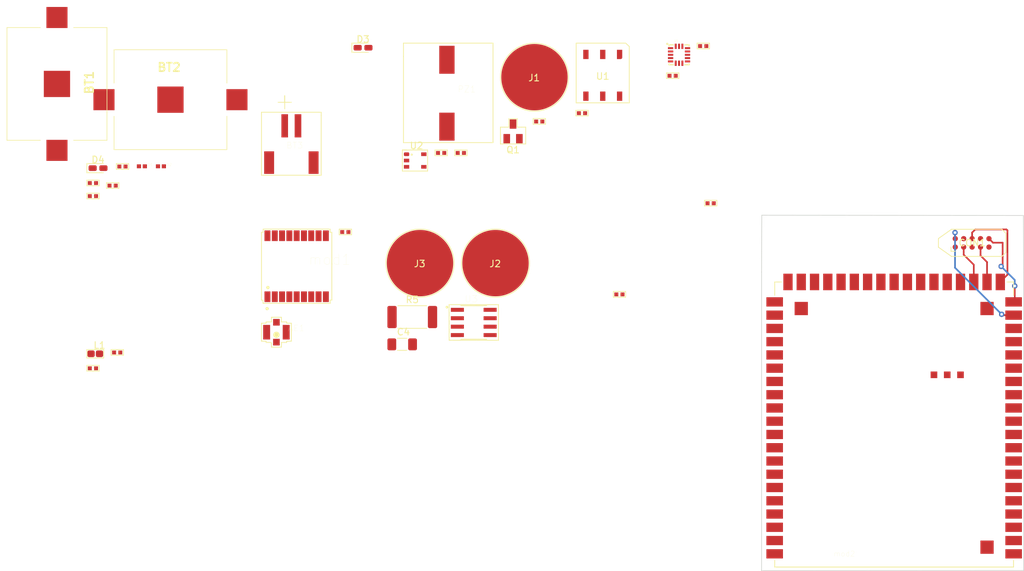
<source format=kicad_pcb>
(kicad_pcb (version 20210228) (generator pcbnew)
  (layers (0 "F.Cu" signal) (31 "B.Cu" signal) (34 "B.Paste" user) (35 "F.Paste" user) (36 "B.SilkS" user "B.Silkscreen") (37 "F.SilkS" user "F.Silkscreen") (38 "B.Mask" user) (39 "F.Mask" user) (44 "Edge.Cuts" user))
  (net 0 "")
  (net 1 "GND")
  (net 2 "Net-(BT2-Pad1)")
  (net 3 "/SOM/LIPO")
  (net 4 "+3V3")
  (net 5 "/SOM/TRST")
  (net 6 "/SOM/TDI")
  (net 7 "/SOM/TDO")
  (net 8 "/SOM/TCK")
  (net 9 "/SOM/TMS")
  (net 10 "/SDA")
  (net 11 "/SCL")
  (net 12 "/RESET")
  (net 13 "/WAKE")
  (net 14 "/PPS")
  (net 15 "/RX")
  (net 16 "/TX")
  (net 17 "/BUZZER")
  (net 18 "/SSR")
  (net 19 "/LED3")
  (net 20 "/LED2")
  (net 21 "/LED1")
  (net 22 "/INT2")
  (net 23 "/INT1")
  (net 24 "/SOM/RED")
  (net 25 "/SOM/GREEN")
  (net 26 "/SOM/BLUE")
  (net 27 "/SOM/POWER")
  (net 51 "Net-(AE1-Pad1)")
  (net 52 "Net-(BT1-Pad1)")
  (net 53 "Net-(C3-Pad1)")
  (net 54 "Net-(C4-Pad1)")
  (net 56 "Net-(D3-Pad2)")
  (net 57 "Net-(D4-Pad2)")
  (net 58 "Net-(J1-Pad1)")
  (net 59 "Net-(L1-Pad1)")
  (net 60 "Net-(PZ1-Pad1)")
  (net 61 "Net-(R2-Pad2)")
  (net 62 "VDC")
  (net 63 "Net-(D1-Pad2)")
  (net 64 "Net-(D2-Pad2)")
  (footprint "vanalles:0402" (layer "F.Cu") (at 36.32 50.085)
    (fp_text reference "R6" (at 0.05 0) (layer "F.SilkS") (effects (font (size 0.393701 0.393701) (thickness 0.015))))
    (fp_text value "220")
    (fp_line (start 0.935 -0.44) (end 0.935 0.41) (layer "F.SilkS") (width 0.12))
    (fp_line (start -0.915 0.41) (end -0.915 -0.44) (layer "F.SilkS") (width 0.12))
    (fp_line (start 0.935 0.41) (end -0.915 0.41) (layer "F.SilkS") (width 0.12))
    (fp_line (start -0.915 -0.44) (end 0.935 -0.44) (layer "F.SilkS") (width 0.12))
    (pad "1" smd rect (at -0.465 0) (size 0.6 0.58) (layers "F.Cu" "F.Paste" "F.Mask") (net 24 "/SOM/RED"))
    (pad "2" smd rect (at 0.465 0) (size 0.6 0.58) (layers "F.Cu" "F.Paste" "F.Mask") (net 63 "Net-(D1-Pad2)"))
  )
  (footprint "halfgeleiders:SOT-25" (layer "F.Cu") (at 80.41 49.175)
    (fp_text reference "U2" (at 0.236 -2.233) (layer "F.SilkS"))
    (fp_text value "DS28CM00R-A00+T")
    (fp_line (start -1.905 -1.58) (end 1.905 -1.58) (layer "F.SilkS") (width 0.12))
    (fp_line (start -1.905 1.595) (end -1.905 -1.58) (layer "F.SilkS") (width 0.12))
    (fp_line (start 1.905 -1.58) (end 1.905 1.595) (layer "F.SilkS") (width 0.12))
    (fp_line (start 1.905 1.595) (end -1.905 1.595) (layer "F.SilkS") (width 0.12))
    (fp_line (start -1.905 -1.58) (end -1.27 -1.58) (layer "F.SilkS") (width 0.12))
    (fp_circle (center -0.49 -0.885) (end -0.57 -0.945) (layer "F.SilkS") (width 0.12) (fill none))
    (pad "1" smd roundrect (at -1.27 -0.945 90) (size 0.55 0.8) (layers "F.Cu" "F.Paste" "F.Mask") (net 11 "/SCL"))
    (pad "2" smd rect (at -1.27 0.005 90) (size 0.55 0.8) (layers "F.Cu" "F.Paste" "F.Mask") (net 1 "GND"))
    (pad "3" smd rect (at -1.27 0.955 90) (size 0.55 0.8) (layers "F.Cu" "F.Paste" "F.Mask") (net 10 "/SDA"))
    (pad "4" smd rect (at 1.33 0.955 90) (size 0.55 0.8) (layers "F.Cu" "F.Paste" "F.Mask"))
    (pad "5" smd rect (at 1.33 -0.945 90) (size 0.55 0.8) (layers "F.Cu" "F.Paste" "F.Mask") (net 4 "+3V3"))
  )
  (footprint "connectors_user:smd screw terminal" (layer "F.Cu") (at 92.545789 64.655789)
    (fp_text reference "J2" (at -0.05 0.1 unlocked) (layer "F.SilkS"))
    (fp_text value "Screw_Terminal_01x01")
    (fp_circle (center 0 0) (end 4.05 3.15) (layer "F.SilkS") (width 0.12) (fill none))
    (pad "1" smd circle (at 0 0) (size 10 10) (layers "F.Cu" "F.Paste" "F.Mask") (net 54 "Net-(C4-Pad1)"))
  )
  (footprint "halfgeleiders:led0603" (layer "F.Cu") (at 32.64 50.33)
    (fp_text reference "D4" (at 0 -1.27) (layer "F.SilkS"))
    (fp_text value "pwr")
    (fp_line (start -1.685 0.685) (end 0.8 0.685) (layer "F.SilkS") (width 0.12))
    (fp_line (start 0.8 -0.685) (end -1.685 -0.685) (layer "F.SilkS") (width 0.12))
    (fp_line (start -1.685 -0.685) (end -1.685 0.685) (layer "F.SilkS") (width 0.12))
    (pad "1" smd roundrect (at -0.8125 0) (size 1.225 0.85) (layers "F.Cu" "F.Paste" "F.Mask") (net 1 "GND"))
    (pad "2" smd roundrect (at 0.8125 0) (size 1.225 0.85) (layers "F.Cu" "F.Paste" "F.Mask") (net 57 "Net-(D4-Pad2)"))
  )
  (footprint "vanalles:0402" (layer "F.Cu") (at 31.87 52.575)
    (fp_text reference "R7" (at 0.05 0) (layer "F.SilkS") (effects (font (size 0.393701 0.393701) (thickness 0.015))))
    (fp_text value "220")
    (fp_line (start -0.915 -0.44) (end 0.935 -0.44) (layer "F.SilkS") (width 0.12))
    (fp_line (start 0.935 0.41) (end -0.915 0.41) (layer "F.SilkS") (width 0.12))
    (fp_line (start 0.935 -0.44) (end 0.935 0.41) (layer "F.SilkS") (width 0.12))
    (fp_line (start -0.915 0.41) (end -0.915 -0.44) (layer "F.SilkS") (width 0.12))
    (pad "1" smd rect (at -0.465 0) (size 0.6 0.58) (layers "F.Cu" "F.Paste" "F.Mask") (net 25 "/SOM/GREEN"))
    (pad "2" smd rect (at 0.465 0) (size 0.6 0.58) (layers "F.Cu" "F.Paste" "F.Mask") (net 64 "Net-(D2-Pad2)"))
  )
  (footprint "vanalles:0402" (layer "F.Cu") (at 123.85 31.915)
    (fp_text reference "C9" (at 0.05 0) (layer "F.SilkS") (effects (font (size 0.393701 0.393701) (thickness 0.015))))
    (fp_text value "100nF")
    (fp_line (start -0.915 -0.44) (end 0.935 -0.44) (layer "F.SilkS") (width 0.12))
    (fp_line (start 0.935 0.41) (end -0.915 0.41) (layer "F.SilkS") (width 0.12))
    (fp_line (start 0.935 -0.44) (end 0.935 0.41) (layer "F.SilkS") (width 0.12))
    (fp_line (start -0.915 0.41) (end -0.915 -0.44) (layer "F.SilkS") (width 0.12))
    (pad "1" smd rect (at -0.465 0) (size 0.6 0.58) (layers "F.Cu" "F.Paste" "F.Mask") (net 4 "+3V3"))
    (pad "2" smd rect (at 0.465 0) (size 0.6 0.58) (layers "F.Cu" "F.Paste" "F.Mask") (net 1 "GND"))
  )
  (footprint "halfgeleiders:SOIC127P599X175-8N" (layer "F.Cu") (at 89.265 73.605)
    (fp_text reference "U3" (at -0.385 -3.537) (layer "F.SilkS") (effects (font (thickness 0.015))))
    (fp_text value "INA219BxDCN")
    (fp_line (start -3.7 2.69) (end -3.71 -2.7) (layer "F.SilkS") (width 0.12))
    (fp_line (start 3.72 2.7) (end -3.7 2.69) (layer "F.SilkS") (width 0.12))
    (fp_line (start -1.95 -2.525) (end 1.95 -2.525) (layer "F.SilkS") (width 0.127))
    (fp_line (start -1.95 2.525) (end 1.95 2.525) (layer "F.SilkS") (width 0.127))
    (fp_line (start -3.71 -2.7) (end 3.71 -2.69) (layer "F.SilkS") (width 0.12))
    (fp_line (start 3.71 -2.69) (end 3.72 2.7) (layer "F.SilkS") (width 0.12))
    (fp_circle (center -4.04 -2.305) (end -3.94 -2.305) (layer "F.SilkS") (width 0.2) (fill none))
    (pad "1" smd rect (at -2.47 -1.905) (size 1.97 0.6) (layers "F.Cu" "F.Paste" "F.Mask") (net 54 "Net-(C4-Pad1)"))
    (pad "2" smd rect (at -2.47 -0.635) (size 1.97 0.6) (layers "F.Cu" "F.Paste" "F.Mask") (net 62 "VDC"))
    (pad "3" smd rect (at -2.47 0.635) (size 1.97 0.6) (layers "F.Cu" "F.Paste" "F.Mask") (net 1 "GND"))
    (pad "4" smd rect (at -2.47 1.905) (size 1.97 0.6) (layers "F.Cu" "F.Paste" "F.Mask") (net 4 "+3V3"))
    (pad "5" smd rect (at 2.47 1.905) (size 1.97 0.6) (layers "F.Cu" "F.Paste" "F.Mask") (net 11 "/SCL"))
    (pad "6" smd rect (at 2.47 0.635) (size 1.97 0.6) (layers "F.Cu" "F.Paste" "F.Mask") (net 10 "/SDA"))
    (pad "7" smd rect (at 2.47 -0.635) (size 1.97 0.6) (layers "F.Cu" "F.Paste" "F.Mask") (net 1 "GND"))
    (pad "8" smd rect (at 2.47 -1.905) (size 1.97 0.6) (layers "F.Cu" "F.Paste" "F.Mask") (net 1 "GND"))
  )
  (footprint "connectors_user:smd screw terminal" (layer "F.Cu") (at 98.415789 36.605789)
    (fp_text reference "J1" (at -0.05 0.1 unlocked) (layer "F.SilkS"))
    (fp_text value "Screw_Terminal_01x01")
    (fp_circle (center 0 0) (end 4.05 3.15) (layer "F.SilkS") (width 0.12) (fill none))
    (pad "1" smd circle (at 0 0) (size 10 10) (layers "F.Cu" "F.Paste" "F.Mask") (net 58 "Net-(J1-Pad1)"))
  )
  (footprint "vanalles:1206" (layer "F.Cu") (at 78.48 76.905)
    (fp_text reference "C4" (at 0.19304 -1.86444) (layer "F.SilkS"))
    (fp_text value "4.7uF")
    (fp_line (start -0.711252 -0.905) (end 0.711252 -0.905) (layer "F.SilkS") (width 0.12))
    (fp_line (start -0.711252 0.915) (end 0.711252 0.915) (layer "F.SilkS") (width 0.12))
    (pad "1" smd roundrect (at -1.5625 0.005) (size 1.325 1.8) (layers "F.Cu" "F.Paste" "F.Mask") (roundrect_rratio 0.188679) (net 54 "Net-(C4-Pad1)"))
    (pad "2" smd roundrect (at 1.5625 0.005) (size 1.325 1.8) (layers "F.Cu" "F.Paste" "F.Mask") (roundrect_rratio 0.188679) (net 1 "GND"))
  )
  (footprint "connectors_user:smd screw terminal" (layer "F.Cu") (at 81.165789 64.655789)
    (fp_text reference "J3" (at -0.05 0.1 unlocked) (layer "F.SilkS"))
    (fp_text value "Screw_Terminal_01x01")
    (fp_circle (center 0 0) (end 4.05 3.15) (layer "F.SilkS") (width 0.12) (fill none))
    (pad "1" smd circle (at 0 0) (size 10 10) (layers "F.Cu" "F.Paste" "F.Mask") (net 1 "GND"))
  )
  (footprint "vanalles:0402" (layer "F.Cu") (at 124.97 55.625)
    (fp_text reference "C5" (at 0.05 0) (layer "F.SilkS") (effects (font (size 0.393701 0.393701) (thickness 0.015))))
    (fp_text value "100nF")
    (fp_line (start 0.935 0.41) (end -0.915 0.41) (layer "F.SilkS") (width 0.12))
    (fp_line (start -0.915 0.41) (end -0.915 -0.44) (layer "F.SilkS") (width 0.12))
    (fp_line (start 0.935 -0.44) (end 0.935 0.41) (layer "F.SilkS") (width 0.12))
    (fp_line (start -0.915 -0.44) (end 0.935 -0.44) (layer "F.SilkS") (width 0.12))
    (pad "1" smd rect (at -0.465 0) (size 0.6 0.58) (layers "F.Cu" "F.Paste" "F.Mask") (net 4 "+3V3"))
    (pad "2" smd rect (at 0.465 0) (size 0.6 0.58) (layers "F.Cu" "F.Paste" "F.Mask") (net 1 "GND"))
  )
  (footprint "halfgeleiders:sot-23," (layer "F.Cu") (at 95.19 44.78)
    (fp_text reference "Q1" (at 0 2.794) (layer "F.SilkS"))
    (fp_text value "BSS138")
    (fp_line (start 1.905 1.905) (end 1.905 -0.635) (layer "F.SilkS") (width 0.12))
    (fp_line (start -1.905 -0.635) (end -1.905 1.905) (layer "F.SilkS") (width 0.12))
    (fp_line (start -1.905 1.905) (end 1.905 1.905) (layer "F.SilkS") (width 0.12))
    (fp_line (start -0.635 -1.905) (end -0.635 -0.635) (layer "F.SilkS") (width 0.12))
    (fp_line (start -0.635 -0.635) (end -1.27 -0.635) (layer "F.SilkS") (width 0.12))
    (fp_line (start -0.635 -1.905) (end 0.635 -1.905) (layer "F.SilkS") (width 0.12))
    (fp_line (start 0.635 -1.905) (end 0.635 -0.635) (layer "F.SilkS") (width 0.12))
    (fp_line (start 1.905 -0.635) (end 1.27 -0.635) (layer "F.SilkS") (width 0.12))
    (fp_line (start -1.27 -0.635) (end -1.905 -0.635) (layer "F.SilkS") (width 0.12))
    (fp_line (start 0.635 -0.635) (end 1.27 -0.635) (layer "F.SilkS") (width 0.12))
    (pad "1" smd rect (at -0.94996 1.09982) (size 0.99822 1.39954) (layers "F.Cu" "F.Paste" "F.Mask") (net 17 "/BUZZER"))
    (pad "2" smd rect (at 0.94996 1.09982) (size 0.99822 1.39954) (layers "F.Cu" "F.Paste" "F.Mask") (net 4 "+3V3"))
    (pad "3" smd rect (at 0 -1.09982) (size 0.99822 1.39954) (layers "F.Cu" "F.Paste" "F.Mask") (net 60 "Net-(PZ1-Pad1)"))
  )
  (footprint "vanalles:0402" (layer "F.Cu") (at 31.87 80.525)
    (fp_text reference "C1" (at 0.05 0) (layer "F.SilkS") (effects (font (size 0.393701 0.393701) (thickness 0.015))))
    (fp_text value "10uF")
    (fp_line (start -0.915 -0.44) (end 0.935 -0.44) (layer "F.SilkS") (width 0.12))
    (fp_line (start 0.935 -0.44) (end 0.935 0.41) (layer "F.SilkS") (width 0.12))
    (fp_line (start -0.915 0.41) (end -0.915 -0.44) (layer "F.SilkS") (width 0.12))
    (fp_line (start 0.935 0.41) (end -0.915 0.41) (layer "F.SilkS") (width 0.12))
    (pad "1" smd rect (at -0.465 0) (size 0.6 0.58) (layers "F.Cu" "F.Paste" "F.Mask") (net 4 "+3V3"))
    (pad "2" smd rect (at 0.465 0) (size 0.6 0.58) (layers "F.Cu" "F.Paste" "F.Mask") (net 1 "GND"))
  )
  (footprint "connectors_user:jst 2 pin" (layer "F.Cu") (at 61.775 46.895)
    (fp_text reference "BT3" (at 0.5 0) (layer "F.SilkS") (effects (font (size 0.944882 0.944882) (thickness 0.015))))
    (fp_text value "Battery")
    (fp_line (start -1 -7.5) (end -1 -5.5) (layer "F.SilkS") (width 0.12))
    (fp_line (start 0 -6.5) (end -2 -6.5) (layer "F.SilkS") (width 0.12))
    (fp_line (start 4.5 -5) (end 4.5 -4.5) (layer "F.SilkS") (width 0.12))
    (fp_line (start -1 -6.5) (end -1 -7.5) (layer "F.SilkS") (width 0.12))
    (fp_line (start 4.5 4.5) (end -4.5 4.5) (layer "F.SilkS") (width 0.12))
    (fp_line (start -4.5 4.5) (end -4.5 -5) (layer "F.SilkS") (width 0.12))
    (fp_line (start 2 -5) (end 4.5 -5) (layer "F.SilkS") (width 0.12))
    (fp_line (start 4.5 -4.5) (end 4.5 4.5) (layer "F.SilkS") (width 0.12))
    (fp_line (start -1.5 -5) (end 2 -5) (layer "F.SilkS") (width 0.12))
    (fp_line (start -4.5 -5) (end -1.5 -5) (layer "F.SilkS") (width 0.12))
    (pad "1" smd rect (at -1 -2.95) (size 1 3.5) (layers "F.Cu" "F.Paste" "F.Mask") (net 3 "/SOM/LIPO"))
    (pad "2" smd rect (at 1 -2.95) (size 1 3.5) (layers "F.Cu" "F.Paste" "F.Mask") (net 1 "GND"))
    (pad "M" smd rect (at -3.35 2.6) (size 1.5 3.4) (layers "F.Cu" "F.Paste" "F.Mask"))
    (pad "N" smd rect (at 3.35 2.6) (size 1.5 3.4) (layers "F.Cu" "F.Paste" "F.Mask"))
  )
  (footprint "vanalles:3012TR" (layer "F.Cu") (at 43.555 40)
    (fp_text reference "BT2" (at -0.2032 -4.8768) (layer "F.SilkS") (effects (font (size 1.27 1.27) (thickness 0.254))))
    (fp_text value "Battery" hide)
    (fp_line (start -8.5 7.535) (end 8.5 7.535) (layer "F.SilkS") (width 0.1))
    (fp_line (start -8.5 2.5) (end -8.5 7.535) (layer "F.SilkS") (width 0.1))
    (fp_line (start 8.5 -7.535) (end 8.5 -2.5) (layer "F.SilkS") (width 0.1))
    (fp_line (start -8.5 -7.535) (end 8.5 -7.535) (layer "F.SilkS") (width 0.1))
    (fp_line (start -8.5 -2.5) (end -8.5 -7.535) (layer "F.SilkS") (width 0.1))
    (fp_line (start 8.5 7.535) (end 8.5 2.5) (layer "F.SilkS") (width 0.1))
    (pad "1" smd rect (at 10.02 0 90) (size 3.18 3.18) (layers "F.Cu" "F.Paste" "F.Mask") (net 2 "Net-(BT2-Pad1)"))
    (pad "1" smd rect (at -10.02 0 90) (size 3.18 3.18) (layers "F.Cu" "F.Paste" "F.Mask") (net 2 "Net-(BT2-Pad1)"))
    (pad "2" smd rect (at 0 0 90) (size 3.96 3.96) (layers "F.Cu" "F.Paste" "F.Mask") (net 1 "GND"))
  )
  (footprint "halfgeleiders:led0603" (layer "F.Cu") (at 72.58 32.16)
    (fp_text reference "D3" (at 0 -1.27) (layer "F.SilkS"))
    (fp_text value "BLUE")
    (fp_line (start -1.685 0.685) (end 0.8 0.685) (layer "F.SilkS") (width 0.12))
    (fp_line (start -1.685 -0.685) (end -1.685 0.685) (layer "F.SilkS") (width 0.12))
    (fp_line (start 0.8 -0.685) (end -1.685 -0.685) (layer "F.SilkS") (width 0.12))
    (pad "1" smd roundrect (at -0.8125 0) (size 1.225 0.85) (layers "F.Cu" "F.Paste" "F.Mask") (net 1 "GND"))
    (pad "2" smd roundrect (at 0.8125 0) (size 1.225 0.85) (layers "F.Cu" "F.Paste" "F.Mask") (net 56 "Net-(D3-Pad2)"))
  )
  (footprint "vanalles:0402" (layer "F.Cu") (at 84.35 48.035)
    (fp_text reference "R1" (at 0.05 0) (layer "F.SilkS") (effects (font (size 0.393701 0.393701) (thickness 0.015))))
    (fp_text value "10K")
    (fp_line (start -0.915 -0.44) (end 0.935 -0.44) (layer "F.SilkS") (width 0.12))
    (fp_line (start 0.935 0.41) (end -0.915 0.41) (layer "F.SilkS") (width 0.12))
    (fp_line (start 0.935 -0.44) (end 0.935 0.41) (layer "F.SilkS") (width 0.12))
    (fp_line (start -0.915 0.41) (end -0.915 -0.44) (layer "F.SilkS") (width 0.12))
    (pad "1" smd rect (at -0.465 0) (size 0.6 0.58) (layers "F.Cu" "F.Paste" "F.Mask") (net 17 "/BUZZER"))
    (pad "2" smd rect (at 0.465 0) (size 0.6 0.58) (layers "F.Cu" "F.Paste" "F.Mask") (net 1 "GND"))
  )
  (footprint "vanalles:0402" (layer "F.Cu") (at 99.14 43.295)
    (fp_text reference "R2" (at 0.05 0) (layer "F.SilkS") (effects (font (size 0.393701 0.393701) (thickness 0.015))))
    (fp_text value "220 ")
    (fp_line (start -0.915 0.41) (end -0.915 -0.44) (layer "F.SilkS") (width 0.12))
    (fp_line (start 0.935 0.41) (end -0.915 0.41) (layer "F.SilkS") (width 0.12))
    (fp_line (start -0.915 -0.44) (end 0.935 -0.44) (layer "F.SilkS") (width 0.12))
    (fp_line (start 0.935 -0.44) (end 0.935 0.41) (layer "F.SilkS") (width 0.12))
    (pad "1" smd rect (at -0.465 0) (size 0.6 0.58) (layers "F.Cu" "F.Paste" "F.Mask") (net 18 "/SSR"))
    (pad "2" smd rect (at 0.465 0) (size 0.6 0.58) (layers "F.Cu" "F.Paste" "F.Mask") (net 61 "Net-(R2-Pad2)"))
  )
  (footprint "vanalles:0402" (layer "F.Cu") (at 31.87 54.545)
    (fp_text reference "R9" (at 0.05 0) (layer "F.SilkS") (effects (font (size 0.393701 0.393701) (thickness 0.015))))
    (fp_text value "220")
    (fp_line (start -0.915 0.41) (end -0.915 -0.44) (layer "F.SilkS") (width 0.12))
    (fp_line (start -0.915 -0.44) (end 0.935 -0.44) (layer "F.SilkS") (width 0.12))
    (fp_line (start 0.935 0.41) (end -0.915 0.41) (layer "F.SilkS") (width 0.12))
    (fp_line (start 0.935 -0.44) (end 0.935 0.41) (layer "F.SilkS") (width 0.12))
    (pad "1" smd rect (at -0.465 0) (size 0.6 0.58) (layers "F.Cu" "F.Paste" "F.Mask") (net 27 "/SOM/POWER"))
    (pad "2" smd rect (at 0.465 0) (size 0.6 0.58) (layers "F.Cu" "F.Paste" "F.Mask") (net 57 "Net-(D4-Pad2)"))
  )
  (footprint "vanalles:0402" (layer "F.Cu") (at 105.58 42.035)
    (fp_text reference "R4" (at 0.05 0) (layer "F.SilkS") (effects (font (size 0.393701 0.393701) (thickness 0.015))))
    (fp_text value "10K")
    (fp_line (start -0.915 -0.44) (end 0.935 -0.44) (layer "F.SilkS") (width 0.12))
    (fp_line (start 0.935 0.41) (end -0.915 0.41) (layer "F.SilkS") (width 0.12))
    (fp_line (start 0.935 -0.44) (end 0.935 0.41) (layer "F.SilkS") (width 0.12))
    (fp_line (start -0.915 0.41) (end -0.915 -0.44) (layer "F.SilkS") (width 0.12))
    (pad "1" smd rect (at -0.465 0) (size 0.6 0.58) (layers "F.Cu" "F.Paste" "F.Mask") (net 4 "+3V3"))
    (pad "2" smd rect (at 0.465 0) (size 0.6 0.58) (layers "F.Cu" "F.Paste" "F.Mask") (net 11 "/SCL"))
  )
  (footprint "vanalles:0603" (layer "F.Cu") (at 32.225 78.325)
    (fp_text reference "L1" (at 0.635 -1.265) (layer "F.SilkS"))
    (fp_text value "5n6")
    (fp_line (start -1.27 -0.63) (end 1.27 -0.63) (layer "F.SilkS") (width 0.12))
    (fp_line (start 1.27 -0.63) (end 1.27 0.64) (layer "F.SilkS") (width 0.12))
    (fp_line (start 1.27 0.64) (end -1.27 0.64) (layer "F.SilkS") (width 0.12))
    (fp_line (start -1.27 0.64) (end -1.27 0.005) (layer "F.SilkS") (width 0.12))
    (fp_line (start -1.27 0.005) (end -1.27 -0.63) (layer "F.SilkS") (width 0.12))
    (pad "1" smd roundrect (at -0.635 0.005 90) (size 1 1.1) (layers "F.Cu" "F.Paste" "F.Mask") (net 59 "Net-(L1-Pad1)"))
    (pad "2" smd roundrect (at 0.635 0.005 90) (size 1 1.1) (layers "F.Cu" "F.Paste" "F.Mask") (net 53 "Net-(C3-Pad1)"))
  )
  (footprint "vanalles:0402" (layer "F.Cu") (at 87.32 48.035)
    (fp_text reference "R3" (at 0.05 0) (layer "F.SilkS") (effects (font (size 0.393701 0.393701) (thickness 0.015))))
    (fp_text value "10K")
    (fp_line (start -0.915 0.41) (end -0.915 -0.44) (layer "F.SilkS") (width 0.12))
    (fp_line (start -0.915 -0.44) (end 0.935 -0.44) (layer "F.SilkS") (width 0.12))
    (fp_line (start 0.935 -0.44) (end 0.935 0.41) (layer "F.SilkS") (width 0.12))
    (fp_line (start 0.935 0.41) (end -0.915 0.41) (layer "F.SilkS") (width 0.12))
    (pad "1" smd rect (at -0.465 0) (size 0.6 0.58) (layers "F.Cu" "F.Paste" "F.Mask") (net 4 "+3V3"))
    (pad "2" smd rect (at 0.465 0) (size 0.6 0.58) (layers "F.Cu" "F.Paste" "F.Mask") (net 10 "/SDA"))
  )
  (footprint "vanalles:R_2512_6332Metric_Pad1.40x3.35mm_HandSolder" (layer "F.Cu") (at 80 72.79)
    (fp_text reference "R5" (at 0 -2.62) (layer "F.SilkS"))
    (fp_text value "100m Ohm")
    (fp_line (start -2.177064 1.71) (end 2.177064 1.71) (layer "F.SilkS") (width 0.12))
    (fp_line (start -2.177064 -1.71) (end 2.177064 -1.71) (layer "F.SilkS") (width 0.12))
    (pad "1" smd roundrect (at -3.05 0) (size 1.4 3.35) (layers "F.Cu" "F.Paste" "F.Mask") (roundrect_rratio 0.178571) (net 54 "Net-(C4-Pad1)"))
    (pad "2" smd roundrect (at 3.05 0) (size 1.4 3.35) (layers "F.Cu" "F.Paste" "F.Mask") (roundrect_rratio 0.178571) (net 62 "VDC"))
  )
  (footprint "halfgeleiders:QFN-16_0.5MM" (layer "F.Cu") (at 120.2065 33.2295)
    (fp_text reference "U5" (at -0.434768 -2.106897) (layer "F.SilkS") (effects (font (size 0.320561 0.320561) (thickness 0.015))))
    (fp_text value "LIS3DH")
    (fp_line (start -1.5 1.5) (end -0.8432 1.5) (layer "F.SilkS") (width 0.1778))
    (fp_line (start 1.5 1.3432) (end 1.5 1.5) (layer "F.SilkS") (width 0.1778))
    (fp_line (start 1.5 -1.5) (end 0.8432 -1.5) (layer "F.SilkS") (width 0.1778))
    (fp_line (start 1.5 -1.3432) (end 1.5 -1.5) (layer "F.SilkS") (width 0.1778))
    (fp_line (start -1.5 -1.5) (end -0.8432 -1.5) (layer "F.SilkS") (width 0.1778))
    (fp_line (start 1.5 1.5) (end 0.8432 1.5) (layer "F.SilkS") (width 0.1778))
    (fp_line (start -1.5 1.3432) (end -1.5 1.5) (layer "F.SilkS") (width 0.1778))
    (fp_line (start -1.5 -1.3432) (end -1.5 -1.5) (layer "F.SilkS") (width 0.1778))
    (fp_circle (center -1.778 -1.651) (end -1.678 -1.651) (layer "F.SilkS") (width 0.127) (fill none))
    (pad "1" smd rect (at -1.275 -1) (size 0.8 0.3) (layers "F.Cu" "F.Paste" "F.Mask") (net 4 "+3V3"))
    (pad "2" smd rect (at -1.275 -0.5) (size 0.8 0.3) (layers "F.Cu" "F.Paste" "F.Mask"))
    (pad "3" smd rect (at -1.275 0) (size 0.8 0.3) (layers "F.Cu" "F.Paste" "F.Mask"))
    (pad "4" smd rect (at -1.275 0.5) (size 0.8 0.3) (layers "F.Cu" "F.Paste" "F.Mask") (net 11 "/SCL"))
    (pad "5" smd rect (at -1.275 1) (size 0.8 0.3) (layers "F.Cu" "F.Paste" "F.Mask") (net 1 "GND"))
    (pad "6" smd rect (at -0.5 1.275) (size 0.3 0.8) (layers "F.Cu" "F.Paste" "F.Mask") (net 10 "/SDA"))
    (pad "7" smd rect (at 0 1.275) (size 0.3 0.8) (layers "F.Cu" "F.Paste" "F.Mask") (net 4 "+3V3"))
    (pad "8" smd rect (at 0.5 1.275) (size 0.3 0.8) (layers "F.Cu" "F.Paste" "F.Mask") (net 4 "+3V3"))
    (pad "9" smd rect (at 1.275 1) (size 0.8 0.3) (layers "F.Cu" "F.Paste" "F.Mask") (net 22 "/INT2"))
    (pad "10" smd rect (at 1.275 0.5) (size 0.8 0.3) (layers "F.Cu" "F.Paste" "F.Mask") (net 1 "GND"))
    (pad "11" smd rect (at 1.275 0) (size 0.8 0.3) (layers "F.Cu" "F.Paste" "F.Mask") (net 23 "/INT1"))
    (pad "12" smd rect (at 1.275 -0.5) (size 0.8 0.3) (layers "F.Cu" "F.Paste" "F.Mask") (net 1 "GND"))
    (pad "13" smd rect (at 1.275 -1) (size 0.8 0.3) (layers "F.Cu" "F.Paste" "F.Mask"))
    (pad "14" smd rect (at 0.5 -1.275) (size 0.3 0.8) (layers "F.Cu" "F.Paste" "F.Mask") (net 4 "+3V3"))
    (pad "15" smd rect (at 0 -1.275) (size 0.3 0.8) (layers "F.Cu" "F.Paste" "F.Mask"))
    (pad "16" smd rect (at -0.5 -1.275) (size 0.3 0.8) (layers "F.Cu" "F.Paste" "F.Mask"))
  )
  (footprint "vanalles:0402" (layer "F.Cu") (at 69.91 59.965)
    (fp_text reference "C2" (at 0.05 0) (layer "F.SilkS") (effects (font (size 0.393701 0.393701) (thickness 0.015))))
    (fp_text value "100nF")
    (fp_line (start -0.915 -0.44) (end 0.935 -0.44) (layer "F.SilkS") (width 0.12))
    (fp_line (start -0.915 0.41) (end -0.915 -0.44) (layer "F.SilkS") (width 0.12))
    (fp_line (start 0.935 0.41) (end -0.915 0.41) (layer "F.SilkS") (width 0.12))
    (fp_line (start 0.935 -0.44) (end 0.935 0.41) (layer "F.SilkS") (width 0.12))
    (pad "1" smd rect (at -0.465 0) (size 0.6 0.58) (layers "F.Cu" "F.Paste" "F.Mask") (net 4 "+3V3"))
    (pad "2" smd rect (at 0.465 0) (size 0.6 0.58) (layers "F.Cu" "F.Paste" "F.Mask") (net 1 "GND"))
  )
  (footprint "Module:E0" (layer "F.Cu") (at 134.625 110.505)
    (fp_text reference "mod2" (at 10.5 -2) (layer "F.SilkS") (effects (font (size 0.787402 0.787402) (thickness 0.015))))
    (fp_text value "particle_e0")
    (fp_line (start 0 -41) (end 0 -43) (layer "F.SilkS") (width 0.127))
    (fp_line (start 0 -43) (end 1 -43) (layer "F.SilkS") (width 0.127))
    (fp_line (start 0 -1) (end 0 0) (layer "F.SilkS") (width 0.127))
    (fp_line (start 0 0) (end 36 0) (layer "F.SilkS") (width 0.127))
    (fp_line (start 35 -43) (end 36 -43) (layer "F.SilkS") (width 0.127))
    (fp_line (start 36 -43) (end 36 -41) (layer "F.SilkS") (width 0.127))
    (fp_line (start 36 0) (end 36 -1) (layer "F.SilkS") (width 0.127))
    (pad "1" smd rect (at -0.008 -2) (size 2.5 1.4) (layers "F.Cu" "F.Paste" "F.Mask") (net 4 "+3V3"))
    (pad "2" smd rect (at -0.008 -4) (size 2.5 1.4) (layers "F.Cu" "F.Paste" "F.Mask") (net 1 "GND"))
    (pad "3" smd rect (at -0.008 -6) (size 2.5 1.4) (layers "F.Cu" "F.Paste" "F.Mask"))
    (pad "4" smd rect (at -0.008 -8) (size 2.5 1.4) (layers "F.Cu" "F.Paste" "F.Mask") (net 1 "GND"))
    (pad "5" smd rect (at -0.008 -10) (size 2.5 1.4) (layers "F.Cu" "F.Paste" "F.Mask") (net 3 "/SOM/LIPO"))
    (pad "6" smd rect (at -0.008 -12) (size 2.5 1.4) (layers "F.Cu" "F.Paste" "F.Mask"))
    (pad "7" smd rect (at -0.008 -14) (size 2.5 1.4) (layers "F.Cu" "F.Paste" "F.Mask") (net 1 "GND"))
    (pad "8" smd rect (at -0.008 -16) (size 2.5 1.4) (layers "F.Cu" "F.Paste" "F.Mask"))
    (pad "9" smd rect (at -0.008 -18) (size 2.5 1.4) (layers "F.Cu" "F.Paste" "F.Mask") (net 27 "/SOM/POWER"))
    (pad "10" smd rect (at -0.008 -20) (size 2.5 1.4) (layers "F.Cu" "F.Paste" "F.Mask") (net 4 "+3V3"))
    (pad "11" smd rect (at -0.008 -22) (size 2.5 1.4) (layers "F.Cu" "F.Paste" "F.Mask") (net 2 "Net-(BT2-Pad1)"))
    (pad "12" smd rect (at -0.008 -24) (size 2.5 1.4) (layers "F.Cu" "F.Paste" "F.Mask") (net 1 "GND"))
    (pad "13" smd rect (at -0.008 -26) (size 2.5 1.4) (layers "F.Cu" "F.Paste" "F.Mask"))
    (pad "14" smd rect (at -0.008 -28) (size 2.5 1.4) (layers "F.Cu" "F.Paste" "F.Mask"))
    (pad "15" smd rect (at -0.008 -30) (size 2.5 1.4) (layers "F.Cu" "F.Paste" "F.Mask") (net 1 "GND"))
    (pad "16" smd rect (at -0.008 -32) (size 2.5 1.4) (layers "F.Cu" "F.Paste" "F.Mask"))
    (pad "17" smd rect (at -0.008 -34) (size 2.5 1.4) (layers "F.Cu" "F.Paste" "F.Mask"))
    (pad "18" smd rect (at -0.008 -36) (size 2.5 1.4) (layers "F.Cu" "F.Paste" "F.Mask") (net 1 "GND"))
    (pad "19" smd rect (at -0.008 -38) (size 2.5 1.4) (layers "F.Cu" "F.Paste" "F.Mask"))
    (pad "20" smd rect (at -0.008 -40) (size 2.5 1.4) (layers "F.Cu" "F.Paste" "F.Mask"))
    (pad "21" smd rect (at 2 -43.008) (size 1.4 2.5) (layers "F.Cu" "F.Paste" "F.Mask") (net 18 "/SSR"))
    (pad "22" smd rect (at 4 -43.008) (size 1.4 2.5) (layers "F.Cu" "F.Paste" "F.Mask") (net 21 "/LED1"))
    (pad "23" smd rect (at 6 -43.008) (size 1.4 2.5) (layers "F.Cu" "F.Paste" "F.Mask") (net 20 "/LED2"))
    (pad "24" smd rect (at 8 -43.008) (size 1.4 2.5) (layers "F.Cu" "F.Paste" "F.Mask") (net 19 "/LED3"))
    (pad "25" smd rect (at 10 -43.008) (size 1.4 2.5) (layers "F.Cu" "F.Paste" "F.Mask") (net 17 "/BUZZER"))
    (pad "26" smd rect (at 12 -43.008) (size 1.4 2.5) (layers "F.Cu" "F.Paste" "F.Mask") (net 23 "/INT1"))
    (pad "27" smd rect (at 14 -43.008) (size 1.4 2.5) (layers "F.Cu" "F.Paste" "F.Mask") (net 1 "GND"))
    (pad "28" smd rect (at 16 -43.008) (size 1.4 2.5) (layers "F.Cu" "F.Paste" "F.Mask") (net 22 "/INT2"))
    (pad "29" smd rect (at 18 -43.008) (size 1.4 2.5) (layers "F.Cu" "F.Paste" "F.Mask") (net 14 "/PPS"))
    (pad "30" smd rect (at 20 -43.008) (size 1.4 2.5) (layers "F.Cu" "F.Paste" "F.Mask") (net 13 "/WAKE"))
    (pad "31" smd rect (at 22 -43.008) (size 1.4 2.5) (layers "F.Cu" "F.Paste" "F.Mask") (net 12 "/RESET"))
    (pad "32" smd rect (at 24 -43.008) (size 1.4 2.5) (layers "F.Cu" "F.Paste" "F.Mask"))
    (pad "33" smd rect (at 26 -43.008) (size 1.4 2.5) (layers "F.Cu" "F.Paste" "F.Mask"))
    (pad "34" smd rect (at 28 -43.008) (size 1.4 2.5) (layers "F.Cu" "F.Paste" "F.Mask") (net 1 "GND"))
    (pad "35" smd rect (at 30 -43.008) (size 1.4 2.5) (layers "F.Cu" "F.Paste" "F.Mask") (net 9 "/SOM/TMS"))
    (pad "36" smd rect (at 32 -43.008) (size 1.4 2.5) (layers "F.Cu" "F.Paste" "F.Mask") (net 8 "/SOM/TCK"))
    (pad "37" smd rect (at 34 -43.008) (size 1.4 2.5) (layers "F.Cu" "F.Paste" "F.Mask") (net 6 "/SOM/TDI"))
    (pad "38" smd rect (at 36.008 -40) (size 2.5 1.4) (layers "F.Cu" "F.Paste" "F.Mask") (net 7 "/SOM/TDO"))
    (pad "39" smd rect (at 36.008 -38) (size 2.5 1.4) (layers "F.Cu" "F.Paste" "F.Mask") (net 5 "/SOM/TRST"))
    (pad "40" smd rect (at 36.008 -36) (size 2.5 1.4) (layers "F.Cu" "F.Paste" "F.Mask"))
    (pad "41" smd rect (at 36.008 -34) (size 2.5 1.4) (layers "F.Cu" "F.Paste" "F.Mask"))
    (pad "42" smd rect (at 36.008 -32) (size 2.5 1.4) (layers "F.Cu" "F.Paste" "F.Mask"))
    (pad "43" smd rect (at 36.008 -30) (size 2.5 1.4) (layers "F.Cu" "F.Paste" "F.Mask") (net 1 "GND"))
    (pad "44" smd rect (at 36.008 -28) (size 2.5 1.4) (layers "F.Cu" "F.Paste" "F.Mask") (net 11 "/SCL"))
    (pad "45" smd rect (at 36.008 -26) (size 2.5 1.4) (layers "F.Cu" "F.Paste" "F.Mask") (net 10 "/SDA"))
    (pad "46" smd rect (at 36.008 -24) (size 2.5 1.4) (layers "F.Cu" "F.Paste" "F.Mask") (net 16 "/TX"))
    (pad "47" smd rect (at 36.008 -22) (size 2.5 1.4) (layers "F.Cu" "F.Paste" "F.Mask") (net 15 "/RX"))
    (pad "48" smd rect (at 36.008 -20) (size 2.5 1.4) (layers "F.Cu" "F.Paste" "F.Mask"))
    (pad "49" smd rect (at 36.008 -18) (size 2.5 1.4) (layers "F.Cu" "F.Paste" "F.Mask"))
    (pad "50" smd rect (at 36.008 -16) (size 2.5 1.4) (layers "F.Cu" "F.Paste" "F.Mask"))
    (pad "51" smd rect (at 36.008 -14) (size 2.5 1.4) (layers "F.Cu" "F.Paste" "F.Mask") (net 1 "GND"))
    (pad "52" smd rect (at 36.008 -12) (size 2.5 1.4) (layers "F.Cu" "F.Paste" "F.Mask") (net 26 "/SOM/BLUE"))
    (pad "53" smd rect (at 36.008 -10) (size 2.5 1.4) (layers "F.Cu" "F.Paste" "F.Mask") (net 25 "/SOM/GREEN"))
    (pad "54" smd rect (at 36.008 -8) (size 2.5 1.4) (layers "F.Cu" "F.Paste" "F.Mask") (net 24 "/SOM/RED"))
    (pad "55" smd rect (at 36.008 -6) (size 2.5 1.4) (layers "F.Cu" "F.Paste" "F.Mask"))
    (pad "56" smd rect (at 36.008 -4) (size 2.5 1.4) (layers "F.Cu" "F.Paste" "F.Mask"))
    (pad "57" smd rect (at 36.008 -2) (size 2.5 1.4) (layers "F.Cu" "F.Paste" "F.Mask"))
    (pad "58" smd rect (at 32 -3) (size 2 2) (layers "F.Cu" "F.Paste" "F.Mask") (net 1 "GND"))
    (pad "59" smd rect (at 32 -39) (size 2 2) (layers "F.Cu" "F.Paste" "F.Mask") (net 1 "GND"))
    (pad "60" smd rect (at 4 -39) (size 2 2) (layers "F.Cu" "F.Paste" "F.Mask") (net 1 "GND"))
    (pad "61" smd rect (at 24 -29) (size 1 1) (layers "F.Cu" "F.Paste" "F.Mask"))
    (pad "62" smd rect (at 26 -29) (size 1 1) (layers "F.Cu" "F.Paste" "F.Mask"))
    (pad "63" smd rect (at 28 -29) (size 1 1) (layers "F.Cu" "F.Paste" "F.Mask"))
  )
  (footprint "connectors_user:Tag-Connect_TC2050-IDC-NL_2x05_P1.27mm_Vertical" (layer "F.Cu") (at 164.375 61.6)
    (fp_text reference "CON1" (at 0 0) (layer "F.SilkS"))
    (fp_text value "jtag")
    (fp_line (start -2.54 1.27) (end -3.175 1.27) (layer "F.SilkS") (width 0.12))
    (fp_line (start -3.1 2.05) (end -5.08 0.65) (layer "F.SilkS") (width 0.12))
    (fp_line (start -3.175 1.27) (end -3.175 0.635) (layer "F.SilkS") (width 0.12))
    (fp_line (start 4.48 2.05) (end -3.1 2.05) (layer "F.SilkS") (width 0.12))
    (fp_line (start -3.1 -2.05) (end 4.48 -2.05) (layer "F.SilkS") (width 0.12))
    (fp_line (start 5.08 -1.45) (end 5.08 1.45) (layer "F.SilkS") (width 0.12))
    (fp_line (start -5.08 -0.65) (end -3.1 -2.05) (layer "F.SilkS") (width 0.12))
    (fp_line (start 4.48 2.05) (end 5.08 1.45) (layer "F.SilkS") (width 0.12))
    (fp_line (start -5.08 0.65) (end -5.08 -0.65) (layer "F.SilkS") (width 0.12))
    (fp_line (start 4.48 -2.05) (end 5.08 -1.45) (layer "F.SilkS") (width 0.12))
    (pad "" np_thru_hole circle (at -3.81 0) (size 0.9906 0.9906) (drill 0.9906) (layers *.Cu *.Mask))
    (pad "" np_thru_hole circle (at 3.81 -1.016) (size 0.9906 0.9906) (drill 0.9906) (layers *.Cu *.Mask))
    (pad "" np_thru_hole circle (at 3.81 1.016) (size 0.9906 0.9906) (drill 0.9906) (layers *.Cu *.Mask))
    (pad "1" connect circle (at -2.54 0.635) (size 0.7874 0.7874) (layers "F.Cu" "F.Mask") (net 4 "+3V3"))
    (pad "2" connect circle (at -1.27 0.635) (size 0.7874 0.7874) (layers "F.Cu" "F.Mask") (net 9 "/SOM/TMS"))
    (pad "3" connect circle (at 0 0.635) (size 0.7874 0.7874) (layers "F.Cu" "F.Mask") (net 1 "GND"))
    (pad "4" connect circle (at 1.27 0.635) (size 0.7874 0.7874) (layers "F.Cu" "F.Mask") (net 8 "/SOM/TCK"))
    (pad "5" connect circle (at 2.54 0.635) (size 0.7874 0.7874) (layers "F.Cu" "F.Mask") (net 1 "GND"))
    (pad "6" connect circle (at 2.54 -0.635) (size 0.7874 0.7874) (layers "F.Cu" "F.Mask") (net 7 "/SOM/TDO"))
    (pad "7" connect circle (at 1.27 -0.635) (size 0.7874 0.7874) (layers "F.Cu" "F.Mask"))
    (pad "8" connect circle (at 0 -0.635) (size 0.7874 0.7874) (layers "F.Cu" "F.Mask") (net 6 "/SOM/TDI"))
    (pad "9" connect circle (at -1.27 -0.635) (size 0.7874 0.7874) (layers "F.Cu" "F.Mask") (net 1 "GND"))
    (pad "10" connect circle (at -2.54 -0.635) (size 0.7874 0.7874) (layers "F.Cu" "F.Mask") (net 5 "/SOM/TRST"))
  )
  (footprint "vanalles:0402" (layer "F.Cu") (at 119.24 36.395)
    (fp_text reference "C8" (at 0.05 0) (layer "F.SilkS") (effects (font (size 0.393701 0.393701) (thickness 0.015))))
    (fp_text value "10uF")
    (fp_line (start 0.935 0.41) (end -0.915 0.41) (layer "F.SilkS") (width 0.12))
    (fp_line (start -0.915 0.41) (end -0.915 -0.44) (layer "F.SilkS") (width 0.12))
    (fp_line (start -0.915 -0.44) (end 0.935 -0.44) (layer "F.SilkS") (width 0.12))
    (fp_line (start 0.935 -0.44) (end 0.935 0.41) (layer "F.SilkS") (width 0.12))
    (pad "1" smd rect (at -0.465 0) (size 0.6 0.58) (layers "F.Cu" "F.Paste" "F.Mask") (net 4 "+3V3"))
    (pad "2" smd rect (at 0.465 0) (size 0.6 0.58) (layers "F.Cu" "F.Paste" "F.Mask") (net 1 "GND"))
  )
  (footprint "vanalles:0402" (layer "F.Cu") (at 34.84 52.965)
    (fp_text reference "R8" (at 0.05 0) (layer "F.SilkS") (effects (font (size 0.393701 0.393701) (thickness 0.015))))
    (fp_text value "220")
    (fp_line (start 0.935 0.41) (end -0.915 0.41) (layer "F.SilkS") (width 0.12))
    (fp_line (start -0.915 -0.44) (end 0.935 -0.44) (layer "F.SilkS") (width 0.12))
    (fp_line (start 0.935 -0.44) (end 0.935 0.41) (layer "F.SilkS") (width 0.12))
    (fp_line (start -0.915 0.41) (end -0.915 -0.44) (layer "F.SilkS") (width 0.12))
    (pad "1" smd rect (at -0.465 0) (size 0.6 0.58) (layers "F.Cu" "F.Paste" "F.Mask") (net 26 "/SOM/BLUE"))
    (pad "2" smd rect (at 0.465 0) (size 0.6 0.58) (layers "F.Cu" "F.Paste" "F.Mask") (net 56 "Net-(D3-Pad2)"))
  )
  (footprint "vanalles:0402" (layer "F.Cu") (at 35.53 78.135)
    (fp_text reference "C3" (at 0.05 0) (layer "F.SilkS") (effects (font (size 0.393701 0.393701) (thickness 0.015))))
    (fp_text value "120nF")
    (fp_line (start 0.935 0.41) (end -0.915 0.41) (layer "F.SilkS") (width 0.12))
    (fp_line (start -0.915 0.41) (end -0.915 -0.44) (layer "F.SilkS") (width 0.12))
    (fp_line (start -0.915 -0.44) (end 0.935 -0.44) (layer "F.SilkS") (width 0.12))
    (fp_line (start 0.935 -0.44) (end 0.935 0.41) (layer "F.SilkS") (width 0.12))
    (pad "1" smd rect (at -0.465 0) (size 0.6 0.58) (layers "F.Cu" "F.Paste" "F.Mask") (net 53 "Net-(C3-Pad1)"))
    (pad "2" smd rect (at 0.465 0) (size 0.6 0.58) (layers "F.Cu" "F.Paste" "F.Mask") (net 51 "Net-(AE1-Pad1)"))
  )
  (footprint "halfgeleiders:sop4 P=2.54" (layer "F.Cu") (at 108.705 39.475)
    (fp_text reference "U1" (at 0 -3 unlocked) (layer "F.SilkS"))
    (fp_text value "G3VM-61HR2(TR05)")
    (fp_line (start -4 -8) (end 3.46 -8) (layer "F.SilkS") (width 0.12))
    (fp_line (start 4 -7.5) (end 4 1) (layer "F.SilkS") (width 0.12))
    (fp_line (start 3.46 -8) (end 4 -7.5) (layer "F.SilkS") (width 0.12))
    (fp_line (start -4 1) (end -4 -8) (layer "F.SilkS") (width 0.12))
    (fp_line (start 4 1) (end -4 1) (layer "F.SilkS") (width 0.12))
    (pad "1" smd roundrect (at 2.54 -6.3 180) (size 0.8 1.4) (layers "F.Cu" "F.Paste" "F.Mask") (roundrect_rratio 0) (chamfer_ratio 0.2) (chamfer top_left) (net 61 "Net-(R2-Pad2)"))
    (pad "2" smd rect (at 0 -6.3 180) (size 0.8 1.4) (layers "F.Cu" "F.Paste" "F.Mask") (net 1 "GND"))
    (pad "3" smd rect (at -2.54 -6.3 180) (size 0.8 1.4) (layers "F.Cu" "F.Paste" "F.Mask"))
    (pad "4" smd rect (at -2.54 0 180) (size 0.8 1.4) (layers "F.Cu" "F.Paste" "F.Mask") (net 58 "Net-(J1-Pad1)"))
    (pad "5" smd rect (at 0 0 180) (size 0.8 1.4) (layers "F.Cu" "F.Paste" "F.Mask"))
    (pad "6" smd rect (at 2.54 0 180) (size 0.8 1.4) (layers "F.Cu" "F.Paste" "F.Mask") (net 62 "VDC"))
  )
  (footprint "vanalles:3012TR" (layer "F.Cu") (at 26.45 37.625 -90)
    (fp_text reference "BT1" (at -0.2032 -4.8768 90) (layer "F.SilkS") (effects (font (size 1.27 1.27) (thickness 0.254))))
    (fp_text value "Battery_Cell" hide)
    (fp_line (start -8.5 -7.535) (end 8.5 -7.535) (layer "F.SilkS") (width 0.1))
    (fp_line (start 8.5 -7.535) (end 8.5 -2.5) (layer "F.SilkS") (width 0.1))
    (fp_line (start -8.5 -2.5) (end -8.5 -7.535) (layer "F.SilkS") (width 0.1))
    (fp_line (start -8.5 2.5) (end -8.5 7.535) (layer "F.SilkS") (width 0.1))
    (fp_line (start -8.5 7.535) (end 8.5 7.535) (layer "F.SilkS") (width 0.1))
    (fp_line (start 8.5 7.535) (end 8.5 2.5) (layer "F.SilkS") (width 0.1))
    (pad "1" smd rect (at -10.02 0) (size 3.18 3.18) (layers "F.Cu" "F.Paste" "F.Mask") (net 52 "Net-(BT1-Pad1)"))
    (pad "1" smd rect (at 10.02 0) (size 3.18 3.18) (layers "F.Cu" "F.Paste" "F.Mask") (net 52 "Net-(BT1-Pad1)"))
    (pad "2" smd rect (at 0 0) (size 3.96 3.96) (layers "F.Cu" "F.Paste" "F.Mask") (net 1 "GND"))
  )
  (footprint "vanalles:0402" (layer "F.Cu") (at 111.22 69.375)
    (fp_text reference "C6" (at 0.05 0) (layer "F.SilkS") (effects (font (size 0.393701 0.393701) (thickness 0.015))))
    (fp_text value "10uF")
    (fp_line (start 0.935 -0.44) (end 0.935 0.41) (layer "F.SilkS") (width 0.12))
    (fp_line (start -0.915 -0.44) (end 0.935 -0.44) (layer "F.SilkS") (width 0.12))
    (fp_line (start 0.935 0.41) (end -0.915 0.41) (layer "F.SilkS") (width 0.12))
    (fp_line (start -0.915 0.41) (end -0.915 -0.44) (layer "F.SilkS") (width 0.12))
    (pad "1" smd rect (at -0.465 0) (size 0.6 0.58) (layers "F.Cu" "F.Paste" "F.Mask") (net 4 "+3V3"))
    (pad "2" smd rect (at 0.465 0) (size 0.6 0.58) (layers "F.Cu" "F.Paste" "F.Mask") (net 1 "GND"))
  )
  (footprint "halfgeleiders:led 0402" (layer "F.Cu") (at 42.12 50.055)
    (fp_text reference "D2" (at 1.25 -0.25) (layer "F.SilkS") (effects (font (size 0.393701 0.393701) (thickness 0.015))))
    (fp_text value "GREEN")
    (pad "A" smd rect (at 0.445 0) (size 0.63 0.59) (layers "F.Cu" "F.Paste" "F.Mask"))
    (pad "C" smd rect (at -0.445 0) (size 0.63 0.59) (layers "F.Cu" "F.Paste" "F.Mask"))
  )
  (footprint "vanalles:PROSIGNAL_ABI-017-RC" (layer "F.Cu") (at 85.22 39.025)
    (fp_text reference "PZ1" (at 3 -0.6) (layer "F.SilkS") (effects (font (size 0.944882 0.944882) (thickness 0.015))))
    (fp_text value "buzzer")
    (fp_line (start -6.55 -7.55) (end 6.95 -7.55) (layer "F.SilkS") (width 0.12))
    (fp_line (start 6.95 7.45) (end -6.55 7.45) (layer "F.SilkS") (width 0.12))
    (fp_line (start 6.95 -7.55) (end 6.95 7.45) (layer "F.SilkS") (width 0.12))
    (fp_line (start -6.55 7.45) (end -6.55 -5.55) (layer "F.SilkS") (width 0.12))
    (fp_line (start -6.55 -5.55) (end -6.55 -7.55) (layer "F.SilkS") (width 0.12))
    (pad "1" smd rect (at 0 5.045) (size 2.31 4.22) (layers "F.Cu" "F.Paste" "F.Mask") (net 60 "Net-(PZ1-Pad1)"))
    (pad "2" smd rect (at 0 -5.045) (size 2.31 4.22) (layers "F.Cu" "F.Paste" "F.Mask") (net 1 "GND"))
  )
  (footprint "halfgeleiders:led 0402" (layer "F.Cu") (at 39.25 50.055)
    (fp_text reference "D1" (at 1.25 -0.25) (layer "F.SilkS") (effects (font (size 0.393701 0.393701) (thickness 0.015))))
    (fp_text value "RED")
    (pad "A" smd rect (at 0.445 0) (size 0.63 0.59) (layers "F.Cu" "F.Paste" "F.Mask"))
    (pad "C" smd rect (at -0.445 0) (size 0.63 0.59) (layers "F.Cu" "F.Paste" "F.Mask"))
  )
  (footprint "Module:SON_STM_TESEO-LIV3R" (layer "F.Cu") (at 62.575 65.125)
    (fp_text reference "mod1" (at 5 -1) (layer "F.SilkS") (effects (font (size 1.574803 1.574803) (thickness 0.015))))
    (fp_text value "teseo-LIV")
    (fp_line (start 5.05 5.61) (end 5.05 5.1) (layer "F.SilkS") (width 0.12))
    (fp_line (start 5.3 5.1) (end 5.3 -0.31) (layer "F.SilkS") (width 0.12))
    (fp_line (start -5.06 5.59) (end 5.05 5.61) (layer "F.SilkS") (width 0.12))
    (fp_line (start 5.04 -5.1) (end 5.04 -5.6) (layer "F.SilkS") (width 0.12))
    (fp_line (start -5.3 -5.1) (end -5.3 5.11) (layer "F.SilkS") (width 0.12))
    (fp_line (start 5.04 -5.6) (end -5.04 -5.6) (layer "F.SilkS") (width 0.12))
    (fp_line (start 5.3 -0.31) (end 5.3 -5.1) (layer "F.SilkS") (width 0.12))
    (fp_line (start 5.3 -5.1) (end 5.04 -5.1) (layer "F.SilkS") (width 0.12))
    (fp_line (start -5.06 5.11) (end -5.06 5.59) (layer "F.SilkS") (width 0.12))
    (fp_line (start 5.05 5.1) (end 5.3 5.1) (layer "F.SilkS") (width 0.12))
    (fp_line (start -5.04 -5.6) (end -5.04 -5.1) (layer "F.SilkS") (width 0.12))
    (fp_line (start -5.04 -5.1) (end -5.3 -5.1) (layer "F.SilkS") (width 0.12))
    (fp_line (start -5.3 5.11) (end -5.06 5.11) (layer "F.SilkS") (width 0.12))
    (fp_circle (center -4.34 3.21) (end -4.097191 3.21) (layer "F.SilkS") (width 0) (fill solid))
    (fp_circle (center -4.45 6.4) (end -4.207191 6.4) (layer "F.SilkS") (width 0) (fill solid))
    (pad "1" smd rect (at -4.4 4.6) (size 0.9 1.6) (layers "F.Cu" "F.Paste" "F.Mask") (net 1 "GND"))
    (pad "2" smd rect (at -3.3 4.6) (size 0.9 1.6) (layers "F.Cu" "F.Paste" "F.Mask") (net 16 "/TX"))
    (pad "3" smd rect (at -2.2 4.6) (size 0.9 1.6) (layers "F.Cu" "F.Paste" "F.Mask") (net 15 "/RX"))
    (pad "4" smd rect (at -1.1 4.6) (size 0.9 1.6) (layers "F.Cu" "F.Paste" "F.Mask") (net 14 "/PPS"))
    (pad "5" smd rect (at 0 4.6) (size 0.9 1.6) (layers "F.Cu" "F.Paste" "F.Mask") (net 13 "/WAKE"))
    (pad "6" smd rect (at 1.1 4.6) (size 0.9 1.6) (layers "F.Cu" "F.Paste" "F.Mask") (net 52 "Net-(BT1-Pad1)"))
    (pad "7" smd rect (at 2.2 4.6) (size 0.9 1.6) (layers "F.Cu" "F.Paste" "F.Mask") (net 4 "+3V3"))
    (pad "8" smd rect (at 3.3 4.6) (size 0.9 1.6) (layers "F.Cu" "F.Paste" "F.Mask") (net 4 "+3V3"))
    (pad "9" smd rect (at 4.4 4.6) (size 0.9 1.6) (layers "F.Cu" "F.Paste" "F.Mask") (net 12 "/RESET"))
    (pad "10" smd rect (at 4.4 -4.6) (size 0.9 1.6) (layers "F.Cu" "F.Paste" "F.Mask") (net 1 "GND"))
    (pad "11" smd rect (at 3.3 -4.6) (size 0.9 1.6) (layers "F.Cu" "F.Paste" "F.Mask") (net 59 "Net-(L1-Pad1)"))
    (pad "12" smd rect (at 2.2 -4.6) (size 0.9 1.6) (layers "F.Cu" "F.Paste" "F.Mask") (net 1 "GND"))
    (pad "13" smd rect (at 1.1 -4.6) (size 0.9 1.6) (layers "F.Cu" "F.Paste" "F.Mask"))
    (pad "14" smd rect (at 0 -4.6) (size 0.9 1.6) (layers "F.Cu" "F.Paste" "F.Mask"))
    (pad "15" smd rect (at -1.1 -4.6) (size 0.9 1.6) (layers "F.Cu" "F.Paste" "F.Mask"))
    (pad "16" smd rect (at -2.2 -4.6) (size 0.9 1.6) (layers "F.Cu" "F.Paste" "F.Mask"))
    (pad "17" smd rect (at -3.3 -4.6) (size 0.9 1.6) (layers "F.Cu" "F.Paste" "F.Mask"))
    (pad "18" smd rect (at -4.4 -4.6) (size 0.9 1.6) (layers "F.Cu" "F.Paste" "F.Mask"))
  )
  (footprint "connectors_user:ufl connector" (layer "F.Cu") (at 59.525 75.075)
    (fp_text reference "AE1" (at 3 -0.6) (layer "F.SilkS") (effects (font (size 0.944882 0.944882) (thickness 0.015))))
    (fp_text value "sma")
    (fp_line (start -0.85 1.55) (end -1.55 1.55) (layer "F.SilkS") (width 0.12))
    (fp_line (start -0.75 -1.55) (end -0.75 -2.25) (layer "F.SilkS") (width 0.12))
    (fp_line (start -1.55 -1.35) (end -1.55 -1.55) (layer "F.SilkS") (width 0.12))
    (fp_line (start -1.55 1.35) (end -2.25 1.35) (layer "F.SilkS") (width 0.12))
    (fp_line (start 2.25 -1.35) (end 2.25 1.35) (layer "F.SilkS") (width 0.12))
    (fp_line (start -0.75 -2.25) (end 0.75 -2.25) (layer "F.SilkS") (width 0.12))
    (fp_line (start -1.55 -1.55) (end -0.75 -1.55) (layer "F.SilkS") (width 0.12))
    (fp_line (start 1.55 -1.35) (end 2.25 -1.35) (layer "F.SilkS") (width 0.12))
    (fp_line (start 0.75 2.25) (end -0.75 2.25) (layer "F.SilkS") (width 0.12))
    (fp_line (start 1.55 1.55) (end 0.75 1.55) (layer "F.SilkS") (width 0.12))
    (fp_line (start -2.25 -1.35) (end -1.55 -1.35) (layer "F.SilkS") (width 0.12))
    (fp_line (start 0.75 -2.25) (end 0.75 -1.55) (layer "F.SilkS") (width 0.12))
    (fp_line (start -2.25 1.35) (end -2.25 -1.35) (layer "F.SilkS") (width 0.12))
    (fp_line (start -0.75 1.65) (end -0.85 1.55) (layer "F.SilkS") (width 0.12))
    (fp_line (start 2.25 1.35) (end 1.55 1.35) (layer "F.SilkS") (width 0.12))
    (fp_line (start -0.75 2.25) (end -0.75 1.65) (layer "F.SilkS") (width 0.12))
    (fp_line (start 0.75 -1.55) (end 1.55 -1.55) (layer "F.SilkS") (width 0.12))
    (fp_line (start 1.55 -1.55) (end 1.55 -1.35) (layer "F.SilkS") (width 0.12))
    (fp_line (start 0.75 1.55) (end 0.75 2.25) (layer "F.SilkS") (width 0.12))
    (fp_line (start -1.55 1.55) (end -1.55 1.35) (layer "F.SilkS") (width 0.12))
    (fp_line (start 1.55 1.35) (end 1.55 1.55) (layer "F.SilkS") (width 0.12))
    (fp_circle (center 0 0.4) (end 0.4 0.5) (layer "F.SilkS") (width 0.12) (fill solid))
    (pad "1" smd rect (at 0 1.5) (size 1 1) (layers "F.Cu" "F.Paste" "F.Mask") (net 51 "Net-(AE1-Pad1)"))
    (pad "2" smd rect (at -1.475 0) (size 1.05 2.2) (layers "F.Cu" "F.Paste" "F.Mask") (net 1 "GND"))
    (pad "2" smd rect (at 0 -1.5) (size 1 1) (layers "F.Cu" "F.Paste" "F.Mask") (net 1 "GND"))
    (pad "2" smd rect (at 1.475 0) (size 1.05 2.2) (layers "F.Cu" "F.Paste" "F.Mask") (net 1 "GND"))
  )
  (gr_line (start 172.15 66.025) (end 172.1 57.475) (layer "Edge.Cuts") (width 0.1))
  (gr_line (start 172.15 111.025) (end 132.65 111.05) (layer "Edge.Cuts") (width 0.1))
  (gr_line (start 172.1 57.475) (end 132.675 57.425) (layer "Edge.Cuts") (width 0.1))
  (gr_line (start 172.15 66.025) (end 172.15 111.025) (layer "Edge.Cuts") (width 0.1))
  (gr_line (start 132.65 111) (end 132.65 66.025) (layer "Edge.Cuts") (width 0.1))
  (gr_line (start 132.675 57.425) (end 132.65 66.025) (layer "Edge.Cuts") (width 0.1))
  (gr_line (start 132.65 111.05) (end 132.65 111) (layer "Edge.Cuts") (width 0.1))
  (segment (start 170.633 72.505) (end 168.955 72.505) (width 0.25) (layer "F.Cu") (net 5))
  (segment (start 168.955 72.505) (end 168.825 72.375) (width 0.25) (layer "F.Cu") (net 5))
  (segment (start 161.8 60.93) (end 161.835 60.965) (width 0.25) (layer "F.Cu") (net 5))
  (segment (start 161.8 60.05) (end 161.8 60.93) (width 0.25) (layer "F.Cu") (net 5))
  (via (at 161.8 60.05) (size 0.8) (drill 0.4) (layers "F.Cu" "B.Cu") (net 5))
  (via (at 168.825 72.375) (size 0.8) (drill 0.4) (layers "F.Cu" "B.Cu") (net 5))
  (segment (start 161.8 65.35) (end 161.8 60.05) (width 0.25) (layer "B.Cu") (net 5))
  (segment (start 168.825 72.375) (end 161.8 65.35) (width 0.25) (layer "B.Cu") (net 5))
  (segment (start 169.7 66.4) (end 169.7 59.725) (width 0.25) (layer "F.Cu") (net 6))
  (segment (start 168.805311 67.294689) (end 169.7 66.4) (width 0.25) (layer "F.Cu") (net 6))
  (segment (start 164.85 59.575) (end 164.375 60.05) (width 0.25) (layer "F.Cu") (net 6))
  (segment (start 168.625 67.497) (end 168.805311 67.316689) (width 0.25) (layer "F.Cu") (net 6))
  (segment (start 168.805311 67.316689) (end 168.805311 67.294689) (width 0.25) (layer "F.Cu") (net 6))
  (segment (start 169.7 59.725) (end 169.55 59.575) (width 0.25) (layer "F.Cu") (net 6))
  (segment (start 169.55 59.575) (end 164.85 59.575) (width 0.25) (layer "F.Cu") (net 6))
  (segment (start 164.375 60.05) (end 164.375 60.965) (width 0.25) (layer "F.Cu") (net 6))
  (segment (start 170.8 68.1) (end 170.8 70.338) (width 0.25) (layer "F.Cu") (net 7))
  (segment (start 167.525 61.575) (end 168.975 61.575) (width 0.25) (layer "F.Cu") (net 7))
  (segment (start 168.975 61.575) (end 168.975 64.925) (width 0.25) (layer "F.Cu") (net 7))
  (segment (start 168.975 64.925) (end 168.75 65.15) (width 0.25) (layer "F.Cu") (net 7))
  (segment (start 170.8 70.338) (end 170.633 70.505) (width 0.25) (layer "F.Cu") (net 7))
  (segment (start 166.915 60.965) (end 167.525 61.575) (width 0.25) (layer "F.Cu") (net 7))
  (via (at 168.75 65.15) (size 0.8) (drill 0.4) (layers "F.Cu" "B.Cu") (net 7))
  (via (at 170.8 68.1) (size 0.8) (drill 0.4) (layers "F.Cu" "B.Cu") (net 7))
  (segment (start 170.8 67.2) (end 170.8 68.1) (width 0.25) (layer "B.Cu") (net 7))
  (segment (start 168.75 65.15) (end 170.8 67.2) (width 0.25) (layer "B.Cu") (net 7))
  (segment (start 166.625 64.5) (end 166.625 67.497) (width 0.25) (layer "F.Cu") (net 8))
  (segment (start 165.645 62.235) (end 165.645 63.52) (width 0.25) (layer "F.Cu") (net 8))
  (segment (start 165.645 63.52) (end 166.625 64.5) (width 0.25) (layer "F.Cu") (net 8))
  (segment (start 163.105 63.38) (end 164.625 64.9) (width 0.25) (layer "F.Cu") (net 9))
  (segment (start 164.625 64.9) (end 164.625 67.497) (width 0.25) (layer "F.Cu") (net 9))
  (segment (start 163.105 62.235) (end 163.105 63.38) (width 0.25) (layer "F.Cu") (net 9))
)
</source>
